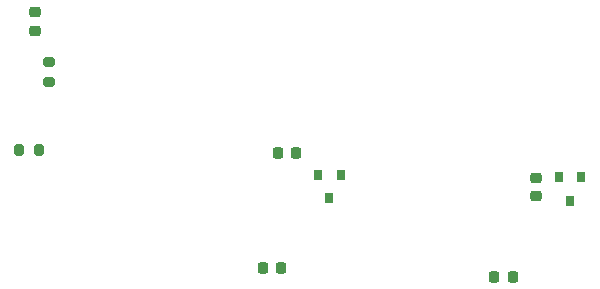
<source format=gbr>
%TF.GenerationSoftware,KiCad,Pcbnew,(7.0.0-0)*%
%TF.CreationDate,2023-02-22T23:02:48-06:00*%
%TF.ProjectId,first_keeb,66697273-745f-46b6-9565-622e6b696361,rev?*%
%TF.SameCoordinates,Original*%
%TF.FileFunction,Paste,Bot*%
%TF.FilePolarity,Positive*%
%FSLAX46Y46*%
G04 Gerber Fmt 4.6, Leading zero omitted, Abs format (unit mm)*
G04 Created by KiCad (PCBNEW (7.0.0-0)) date 2023-02-22 23:02:48*
%MOMM*%
%LPD*%
G01*
G04 APERTURE LIST*
G04 Aperture macros list*
%AMRoundRect*
0 Rectangle with rounded corners*
0 $1 Rounding radius*
0 $2 $3 $4 $5 $6 $7 $8 $9 X,Y pos of 4 corners*
0 Add a 4 corners polygon primitive as box body*
4,1,4,$2,$3,$4,$5,$6,$7,$8,$9,$2,$3,0*
0 Add four circle primitives for the rounded corners*
1,1,$1+$1,$2,$3*
1,1,$1+$1,$4,$5*
1,1,$1+$1,$6,$7*
1,1,$1+$1,$8,$9*
0 Add four rect primitives between the rounded corners*
20,1,$1+$1,$2,$3,$4,$5,0*
20,1,$1+$1,$4,$5,$6,$7,0*
20,1,$1+$1,$6,$7,$8,$9,0*
20,1,$1+$1,$8,$9,$2,$3,0*%
G04 Aperture macros list end*
%ADD10RoundRect,0.225000X0.225000X0.250000X-0.225000X0.250000X-0.225000X-0.250000X0.225000X-0.250000X0*%
%ADD11RoundRect,0.225000X-0.250000X0.225000X-0.250000X-0.225000X0.250000X-0.225000X0.250000X0.225000X0*%
%ADD12R,0.800000X0.900000*%
%ADD13RoundRect,0.225000X0.250000X-0.225000X0.250000X0.225000X-0.250000X0.225000X-0.250000X-0.225000X0*%
%ADD14RoundRect,0.200000X0.200000X0.275000X-0.200000X0.275000X-0.200000X-0.275000X0.200000X-0.275000X0*%
%ADD15RoundRect,0.200000X0.275000X-0.200000X0.275000X0.200000X-0.275000X0.200000X-0.275000X-0.200000X0*%
G04 APERTURE END LIST*
D10*
%TO.C,CUP*%
X87885000Y-112780000D03*
X86335000Y-112780000D03*
%TD*%
D11*
%TO.C,CUP*%
X89890000Y-104445000D03*
X89890000Y-105995000D03*
%TD*%
D12*
%TO.C,SENS*%
X71419999Y-104169999D03*
X73319999Y-104169999D03*
X72369999Y-106169999D03*
%TD*%
D13*
%TO.C,RST*%
X47450000Y-91965000D03*
X47450000Y-90415000D03*
%TD*%
D14*
%TO.C,PULL*%
X47740000Y-102100000D03*
X46090000Y-102100000D03*
%TD*%
D10*
%TO.C,CUP*%
X69545000Y-102340000D03*
X67995000Y-102340000D03*
%TD*%
D15*
%TO.C,PULL*%
X48630000Y-96295000D03*
X48630000Y-94645000D03*
%TD*%
D12*
%TO.C,REF\u002A\u002A*%
X91779999Y-104369999D03*
X93679999Y-104369999D03*
X92729999Y-106369999D03*
%TD*%
D10*
%TO.C,CUP*%
X68270000Y-112030000D03*
X66720000Y-112030000D03*
%TD*%
M02*

</source>
